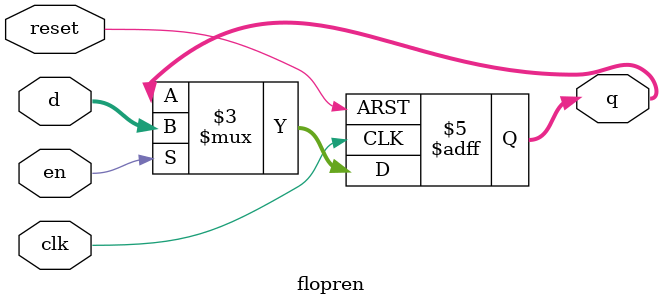
<source format=v>
`timescale 1ns / 1ps


module flopren#(parameter WIDTH=8)(
    input                       clk,
    input                       reset,
    input                       en,
    input       [WIDTH-1:0]     d,
    output  reg [WIDTH-1:0]     q

    );
    always@(posedge clk or posedge reset)begin
        if(reset)
            q <= 32'd0;
        else if(en==1'b1)
            q <= d;
    end
           
    
endmodule

</source>
